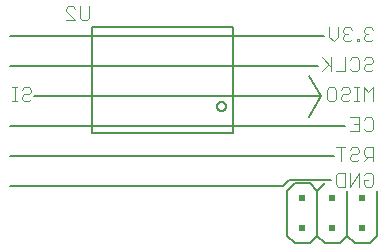
<source format=gbo>
G75*
%MOIN*%
%OFA0B0*%
%FSLAX25Y25*%
%IPPOS*%
%LPD*%
%AMOC8*
5,1,8,0,0,1.08239X$1,22.5*
%
%ADD10C,0.00400*%
%ADD11C,0.00800*%
%ADD12C,0.00500*%
%ADD13C,0.00600*%
%ADD14R,0.02000X0.02000*%
D10*
X0004001Y0070200D02*
X0005536Y0070200D01*
X0004769Y0070200D02*
X0004769Y0074804D01*
X0005536Y0074804D02*
X0004001Y0074804D01*
X0007071Y0074037D02*
X0007838Y0074804D01*
X0009373Y0074804D01*
X0010140Y0074037D01*
X0010140Y0073269D01*
X0009373Y0072502D01*
X0007838Y0072502D01*
X0007071Y0071735D01*
X0007071Y0070967D01*
X0007838Y0070200D01*
X0009373Y0070200D01*
X0010140Y0070967D01*
X0021833Y0097192D02*
X0024902Y0097192D01*
X0021833Y0100261D01*
X0021833Y0101029D01*
X0022600Y0101796D01*
X0024135Y0101796D01*
X0024902Y0101029D01*
X0026437Y0101796D02*
X0026437Y0097959D01*
X0027204Y0097192D01*
X0028739Y0097192D01*
X0029506Y0097959D01*
X0029506Y0101796D01*
X0107259Y0084804D02*
X0110328Y0081735D01*
X0109561Y0082502D02*
X0107259Y0080200D01*
X0110328Y0080200D02*
X0110328Y0084804D01*
X0114932Y0084804D02*
X0114932Y0080200D01*
X0111863Y0080200D01*
X0116467Y0080967D02*
X0117234Y0080200D01*
X0118769Y0080200D01*
X0119536Y0080967D01*
X0119536Y0084037D01*
X0118769Y0084804D01*
X0117234Y0084804D01*
X0116467Y0084037D01*
X0121071Y0084037D02*
X0121838Y0084804D01*
X0123373Y0084804D01*
X0124140Y0084037D01*
X0124140Y0083269D01*
X0123373Y0082502D01*
X0121838Y0082502D01*
X0121071Y0081735D01*
X0121071Y0080967D01*
X0121838Y0080200D01*
X0123373Y0080200D01*
X0124140Y0080967D01*
X0124140Y0074804D02*
X0122605Y0073269D01*
X0121071Y0074804D01*
X0121071Y0070200D01*
X0119536Y0070200D02*
X0118001Y0070200D01*
X0118769Y0070200D02*
X0118769Y0074804D01*
X0119536Y0074804D02*
X0118001Y0074804D01*
X0116467Y0074037D02*
X0116467Y0073269D01*
X0115699Y0072502D01*
X0114165Y0072502D01*
X0113397Y0071735D01*
X0113397Y0070967D01*
X0114165Y0070200D01*
X0115699Y0070200D01*
X0116467Y0070967D01*
X0116467Y0074037D02*
X0115699Y0074804D01*
X0114165Y0074804D01*
X0113397Y0074037D01*
X0111863Y0074037D02*
X0111863Y0070967D01*
X0111095Y0070200D01*
X0109561Y0070200D01*
X0108793Y0070967D01*
X0108793Y0074037D01*
X0109561Y0074804D01*
X0111095Y0074804D01*
X0111863Y0074037D01*
X0116467Y0064804D02*
X0119536Y0064804D01*
X0119536Y0060200D01*
X0116467Y0060200D01*
X0118001Y0062502D02*
X0119536Y0062502D01*
X0121071Y0064037D02*
X0121838Y0064804D01*
X0123373Y0064804D01*
X0124140Y0064037D01*
X0124140Y0060967D01*
X0123373Y0060200D01*
X0121838Y0060200D01*
X0121071Y0060967D01*
X0121838Y0054804D02*
X0121071Y0054037D01*
X0121071Y0052502D01*
X0121838Y0051735D01*
X0124140Y0051735D01*
X0122605Y0051735D02*
X0121071Y0050200D01*
X0119536Y0050967D02*
X0118769Y0050200D01*
X0117234Y0050200D01*
X0116467Y0050967D01*
X0116467Y0051735D01*
X0117234Y0052502D01*
X0118769Y0052502D01*
X0119536Y0053269D01*
X0119536Y0054037D01*
X0118769Y0054804D01*
X0117234Y0054804D01*
X0116467Y0054037D01*
X0114932Y0054804D02*
X0111863Y0054804D01*
X0113397Y0054804D02*
X0113397Y0050200D01*
X0112630Y0046304D02*
X0111863Y0045537D01*
X0111863Y0042467D01*
X0112630Y0041700D01*
X0114932Y0041700D01*
X0114932Y0046304D01*
X0112630Y0046304D01*
X0116467Y0046304D02*
X0116467Y0041700D01*
X0119536Y0046304D01*
X0119536Y0041700D01*
X0121071Y0042467D02*
X0121071Y0044002D01*
X0122605Y0044002D01*
X0121071Y0042467D02*
X0121838Y0041700D01*
X0123373Y0041700D01*
X0124140Y0042467D01*
X0124140Y0045537D01*
X0123373Y0046304D01*
X0121838Y0046304D01*
X0121071Y0045537D01*
X0124140Y0050200D02*
X0124140Y0054804D01*
X0121838Y0054804D01*
X0124140Y0070200D02*
X0124140Y0074804D01*
X0123373Y0090200D02*
X0121838Y0090200D01*
X0121071Y0090967D01*
X0121071Y0091735D01*
X0121838Y0092502D01*
X0122605Y0092502D01*
X0121838Y0092502D02*
X0121071Y0093269D01*
X0121071Y0094037D01*
X0121838Y0094804D01*
X0123373Y0094804D01*
X0124140Y0094037D01*
X0124140Y0090967D02*
X0123373Y0090200D01*
X0119536Y0090200D02*
X0118769Y0090200D01*
X0118769Y0090967D01*
X0119536Y0090967D01*
X0119536Y0090200D01*
X0117234Y0090967D02*
X0116467Y0090200D01*
X0114932Y0090200D01*
X0114165Y0090967D01*
X0114165Y0091735D01*
X0114932Y0092502D01*
X0115699Y0092502D01*
X0114932Y0092502D02*
X0114165Y0093269D01*
X0114165Y0094037D01*
X0114932Y0094804D01*
X0116467Y0094804D01*
X0117234Y0094037D01*
X0112630Y0094804D02*
X0112630Y0091735D01*
X0111095Y0090200D01*
X0109561Y0091735D01*
X0109561Y0094804D01*
D11*
X0094340Y0042000D02*
X0003340Y0042000D01*
X0003340Y0052000D02*
X0111340Y0052000D01*
X0110340Y0044000D02*
X0096340Y0044000D01*
X0094340Y0042000D01*
X0114840Y0062000D02*
X0003340Y0062000D01*
X0011340Y0072000D02*
X0106840Y0072000D01*
X0102840Y0078500D01*
X0105840Y0082000D02*
X0003340Y0082000D01*
X0003340Y0092000D02*
X0107840Y0092000D01*
X0106840Y0072000D02*
X0102840Y0065000D01*
D12*
X0077643Y0059492D02*
X0077643Y0094925D01*
X0030399Y0094925D01*
X0030399Y0059492D01*
X0077643Y0059492D01*
X0072206Y0068492D02*
X0072208Y0068569D01*
X0072214Y0068646D01*
X0072224Y0068723D01*
X0072238Y0068799D01*
X0072255Y0068874D01*
X0072277Y0068948D01*
X0072302Y0069021D01*
X0072332Y0069093D01*
X0072364Y0069163D01*
X0072401Y0069231D01*
X0072440Y0069297D01*
X0072483Y0069361D01*
X0072530Y0069423D01*
X0072579Y0069482D01*
X0072632Y0069539D01*
X0072687Y0069593D01*
X0072745Y0069644D01*
X0072806Y0069692D01*
X0072869Y0069737D01*
X0072934Y0069778D01*
X0073001Y0069816D01*
X0073070Y0069851D01*
X0073141Y0069881D01*
X0073213Y0069909D01*
X0073287Y0069932D01*
X0073361Y0069952D01*
X0073437Y0069968D01*
X0073513Y0069980D01*
X0073590Y0069988D01*
X0073667Y0069992D01*
X0073745Y0069992D01*
X0073822Y0069988D01*
X0073899Y0069980D01*
X0073975Y0069968D01*
X0074051Y0069952D01*
X0074125Y0069932D01*
X0074199Y0069909D01*
X0074271Y0069881D01*
X0074342Y0069851D01*
X0074411Y0069816D01*
X0074478Y0069778D01*
X0074543Y0069737D01*
X0074606Y0069692D01*
X0074667Y0069644D01*
X0074725Y0069593D01*
X0074780Y0069539D01*
X0074833Y0069482D01*
X0074882Y0069423D01*
X0074929Y0069361D01*
X0074972Y0069297D01*
X0075011Y0069231D01*
X0075048Y0069163D01*
X0075080Y0069093D01*
X0075110Y0069021D01*
X0075135Y0068948D01*
X0075157Y0068874D01*
X0075174Y0068799D01*
X0075188Y0068723D01*
X0075198Y0068646D01*
X0075204Y0068569D01*
X0075206Y0068492D01*
X0075204Y0068415D01*
X0075198Y0068338D01*
X0075188Y0068261D01*
X0075174Y0068185D01*
X0075157Y0068110D01*
X0075135Y0068036D01*
X0075110Y0067963D01*
X0075080Y0067891D01*
X0075048Y0067821D01*
X0075011Y0067753D01*
X0074972Y0067687D01*
X0074929Y0067623D01*
X0074882Y0067561D01*
X0074833Y0067502D01*
X0074780Y0067445D01*
X0074725Y0067391D01*
X0074667Y0067340D01*
X0074606Y0067292D01*
X0074543Y0067247D01*
X0074478Y0067206D01*
X0074411Y0067168D01*
X0074342Y0067133D01*
X0074271Y0067103D01*
X0074199Y0067075D01*
X0074125Y0067052D01*
X0074051Y0067032D01*
X0073975Y0067016D01*
X0073899Y0067004D01*
X0073822Y0066996D01*
X0073745Y0066992D01*
X0073667Y0066992D01*
X0073590Y0066996D01*
X0073513Y0067004D01*
X0073437Y0067016D01*
X0073361Y0067032D01*
X0073287Y0067052D01*
X0073213Y0067075D01*
X0073141Y0067103D01*
X0073070Y0067133D01*
X0073001Y0067168D01*
X0072934Y0067206D01*
X0072869Y0067247D01*
X0072806Y0067292D01*
X0072745Y0067340D01*
X0072687Y0067391D01*
X0072632Y0067445D01*
X0072579Y0067502D01*
X0072530Y0067561D01*
X0072483Y0067623D01*
X0072440Y0067687D01*
X0072401Y0067753D01*
X0072364Y0067821D01*
X0072332Y0067891D01*
X0072302Y0067963D01*
X0072277Y0068036D01*
X0072255Y0068110D01*
X0072238Y0068185D01*
X0072224Y0068261D01*
X0072214Y0068338D01*
X0072208Y0068415D01*
X0072206Y0068492D01*
D13*
X0098040Y0042900D02*
X0103040Y0042900D01*
X0105540Y0040400D01*
X0105540Y0025400D01*
X0103040Y0022900D01*
X0098040Y0022900D01*
X0095540Y0025400D01*
X0095540Y0040400D01*
X0098040Y0042900D01*
X0105540Y0040400D02*
X0108040Y0042900D01*
X0115540Y0040400D02*
X0115540Y0025400D01*
X0113040Y0022900D01*
X0108040Y0022900D01*
X0105540Y0025400D01*
X0115540Y0025400D02*
X0118040Y0022900D01*
X0123040Y0022900D01*
X0125540Y0025400D01*
X0125540Y0040400D01*
D14*
X0120540Y0037900D03*
X0120540Y0027900D03*
X0110540Y0027900D03*
X0110540Y0037900D03*
X0100540Y0037900D03*
X0100540Y0027900D03*
M02*

</source>
